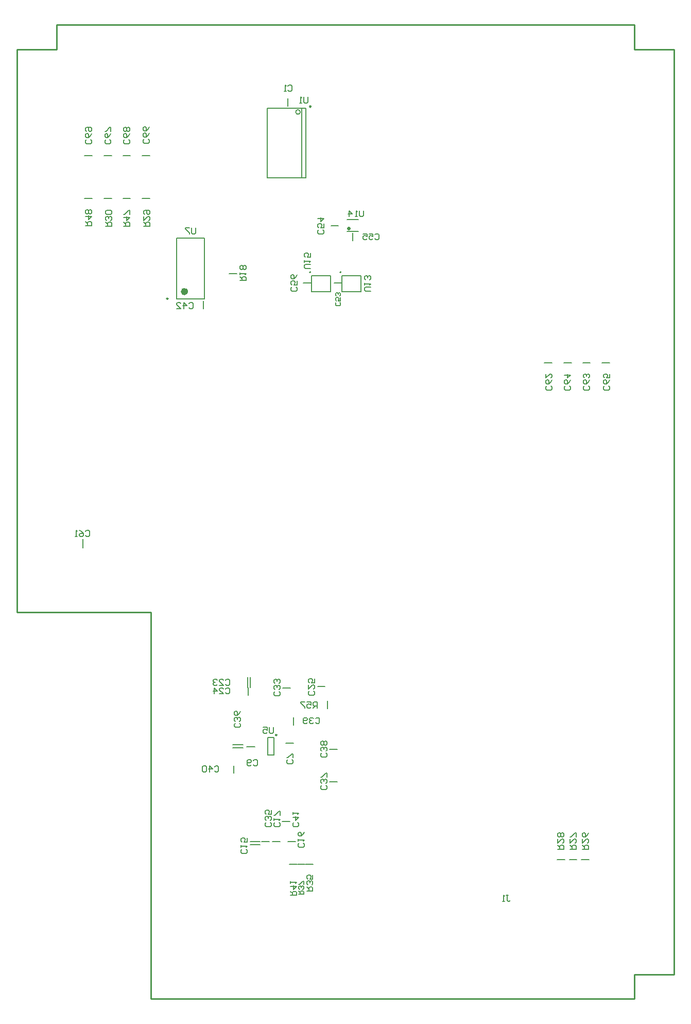
<source format=gbo>
G04 Layer_Color=32896*
%FSLAX25Y25*%
%MOIN*%
G70*
G01*
G75*
%ADD47C,0.00787*%
%ADD52C,0.02362*%
%ADD54C,0.01000*%
%ADD100C,0.00984*%
%ADD106C,0.00709*%
D47*
X190059Y469980D02*
G03*
X190059Y469980I-433J0D01*
G01*
X209744D02*
G03*
X209744Y469980I-433J0D01*
G01*
X183209Y573622D02*
G03*
X183209Y573622I-1476J0D01*
G01*
X190650Y457480D02*
X202854D01*
X190650D02*
Y467717D01*
X202854D01*
Y457480D02*
Y467717D01*
X210335Y457480D02*
X222539D01*
X210335D02*
Y467717D01*
X222539D01*
Y457480D02*
Y467717D01*
X185335Y462992D02*
X190256D01*
X205020Y462992D02*
X209941D01*
X103150Y452756D02*
X121260D01*
Y492126D01*
X103150D02*
X121260D01*
X103150Y452756D02*
Y492126D01*
X184232Y531122D02*
Y576122D01*
X161732Y531122D02*
Y576122D01*
Y531122D02*
X186732D01*
X161732Y576122D02*
X186732D01*
Y531122D02*
Y576122D01*
X200787Y187697D02*
Y192618D01*
X43602Y517717D02*
X48524D01*
X68405D02*
X73327D01*
X56201D02*
X61122D01*
X81004D02*
X85925D01*
X349508Y90158D02*
X354429D01*
X357382D02*
X362303D01*
X365256D02*
X370177D01*
X137303Y468898D02*
X142225D01*
X43602Y545276D02*
X48524D01*
X68405D02*
X73327D01*
X56201D02*
X61122D01*
X81004D02*
X85925D01*
X378642Y411417D02*
X383563D01*
X353839D02*
X358760D01*
X366043D02*
X370965D01*
X341240D02*
X346161D01*
X42520Y291732D02*
Y297244D01*
X217323Y490453D02*
Y495374D01*
X203051Y500000D02*
X207972D01*
X120472Y446358D02*
Y451280D01*
X171555Y114567D02*
X176476D01*
X140157Y145965D02*
Y150886D01*
X178740Y177067D02*
Y181988D01*
X202264Y161417D02*
X207185D01*
X202264Y140551D02*
X207185D01*
X139665Y162402D02*
X146161D01*
X139665Y164370D02*
X146161D01*
X158169Y101575D02*
X163091D01*
X171949Y201181D02*
X176870D01*
X194390Y201968D02*
X199311D01*
X149606Y196358D02*
Y201280D01*
X149016Y201476D02*
Y207972D01*
X150984Y201476D02*
Y207972D01*
X165256Y101575D02*
X170177D01*
X175098D02*
X180020D01*
X150689Y101772D02*
X157185D01*
X150689Y99803D02*
X157185D01*
X186516Y87008D02*
X191437D01*
X181398Y87008D02*
X186319D01*
X176280Y87008D02*
X181201D01*
X173917Y165354D02*
X178839D01*
X162106Y169193D02*
X166240D01*
Y157579D02*
Y169193D01*
X162106Y157579D02*
X166240D01*
X162106D02*
Y169193D01*
X148425Y162992D02*
X153937D01*
X175197Y577461D02*
Y582382D01*
X213386Y504134D02*
X220866D01*
X213386Y496260D02*
X220866D01*
D52*
X109449Y457480D02*
G03*
X109449Y457480I-1181J0D01*
G01*
D54*
X168036Y170693D02*
G03*
X168036Y170693I-418J0D01*
G01*
X215375Y498228D02*
G03*
X215375Y498228I-710J0D01*
G01*
X0Y250000D02*
X17717D01*
X0D02*
Y614173D01*
X25591D01*
Y622047D01*
Y629921D01*
X86614Y0D02*
X399606D01*
X86614D02*
Y250000D01*
X17717D02*
X86614D01*
X25591Y629921D02*
X399606D01*
Y614173D02*
Y629921D01*
X425197Y15748D02*
Y614173D01*
X399606D02*
X425197D01*
X399606Y13780D02*
Y15748D01*
X425197D01*
X399606Y0D02*
Y13780D01*
D100*
X97631Y452913D02*
G03*
X97631Y452913I-492J0D01*
G01*
X190157Y577205D02*
G03*
X190157Y577205I-492J0D01*
G01*
D106*
X189762Y472441D02*
X186483D01*
X185827Y473097D01*
Y474409D01*
X186483Y475065D01*
X189762D01*
X185827Y476377D02*
Y477689D01*
Y477033D01*
X189762D01*
X189107Y476377D01*
X189762Y482280D02*
Y479657D01*
X187795D01*
X188451Y480968D01*
Y481624D01*
X187795Y482280D01*
X186483D01*
X185827Y481624D01*
Y480312D01*
X186483Y479657D01*
X228739Y457874D02*
X225459D01*
X224803Y458530D01*
Y459842D01*
X225459Y460498D01*
X228739D01*
X224803Y461810D02*
Y463122D01*
Y462466D01*
X228739D01*
X228083Y461810D01*
Y465090D02*
X228739Y465745D01*
Y467057D01*
X228083Y467713D01*
X227427D01*
X226771Y467057D01*
Y466401D01*
Y467057D01*
X226115Y467713D01*
X225459D01*
X224803Y467057D01*
Y465745D01*
X225459Y465090D01*
X180445Y460498D02*
X181101Y459842D01*
Y458530D01*
X180445Y457874D01*
X177821D01*
X177165Y458530D01*
Y459842D01*
X177821Y460498D01*
X181101Y464434D02*
Y461810D01*
X179133D01*
X179789Y463122D01*
Y463778D01*
X179133Y464434D01*
X177821D01*
X177165Y463778D01*
Y462466D01*
X177821Y461810D01*
X181101Y468369D02*
X180445Y467057D01*
X179133Y465745D01*
X177821D01*
X177165Y466401D01*
Y467713D01*
X177821Y468369D01*
X178477D01*
X179133Y467713D01*
Y465745D01*
X208726Y450426D02*
X209251Y449901D01*
Y448852D01*
X208726Y448327D01*
X206627D01*
X206102Y448852D01*
Y449901D01*
X206627Y450426D01*
X209251Y453574D02*
Y451475D01*
X207677D01*
X208201Y452525D01*
Y453050D01*
X207677Y453574D01*
X206627D01*
X206102Y453050D01*
Y452000D01*
X206627Y451475D01*
X208726Y454624D02*
X209251Y455149D01*
Y456198D01*
X208726Y456723D01*
X208201D01*
X207677Y456198D01*
Y455674D01*
Y456198D01*
X207152Y456723D01*
X206627D01*
X206102Y456198D01*
Y455149D01*
X206627Y454624D01*
X224016Y509841D02*
Y506562D01*
X223360Y505905D01*
X222048D01*
X221392Y506562D01*
Y509841D01*
X220080Y505905D02*
X218768D01*
X219424D01*
Y509841D01*
X220080Y509185D01*
X214832Y505905D02*
Y509841D01*
X216800Y507873D01*
X214176D01*
X115354Y498818D02*
Y495538D01*
X114698Y494882D01*
X113386D01*
X112731Y495538D01*
Y498818D01*
X111419D02*
X108795D01*
Y498162D01*
X111419Y495538D01*
Y494882D01*
X165748Y175589D02*
Y172310D01*
X165092Y171653D01*
X163780D01*
X163124Y172310D01*
Y175589D01*
X159188D02*
X161812D01*
Y173621D01*
X160500Y174277D01*
X159844D01*
X159188Y173621D01*
Y172310D01*
X159844Y171653D01*
X161156D01*
X161812Y172310D01*
X188189Y583463D02*
Y580184D01*
X187533Y579528D01*
X186221D01*
X185565Y580184D01*
Y583463D01*
X184253Y579528D02*
X182941D01*
X183597D01*
Y583463D01*
X184253Y582807D01*
X194095Y188189D02*
Y192125D01*
X192127D01*
X191471Y191469D01*
Y190157D01*
X192127Y189501D01*
X194095D01*
X192783D02*
X191471Y188189D01*
X187535Y192125D02*
X190159D01*
Y190157D01*
X188847Y190813D01*
X188191D01*
X187535Y190157D01*
Y188845D01*
X188191Y188189D01*
X189503D01*
X190159Y188845D01*
X186223Y192125D02*
X183599D01*
Y191469D01*
X186223Y188845D01*
Y188189D01*
X44094Y500000D02*
X48030D01*
Y501968D01*
X47374Y502624D01*
X46062D01*
X45406Y501968D01*
Y500000D01*
Y501312D02*
X44094Y502624D01*
Y505904D02*
X48030D01*
X46062Y503936D01*
Y506560D01*
X47374Y507871D02*
X48030Y508527D01*
Y509839D01*
X47374Y510495D01*
X46718D01*
X46062Y509839D01*
X45406Y510495D01*
X44750D01*
X44094Y509839D01*
Y508527D01*
X44750Y507871D01*
X45406D01*
X46062Y508527D01*
X46718Y507871D01*
X47374D01*
X46062Y508527D02*
Y509839D01*
X68898Y499606D02*
X72833D01*
Y501574D01*
X72177Y502230D01*
X70865D01*
X70210Y501574D01*
Y499606D01*
Y500918D02*
X68898Y502230D01*
Y505510D02*
X72833D01*
X70865Y503542D01*
Y506166D01*
X72833Y507478D02*
Y510102D01*
X72177D01*
X69554Y507478D01*
X68898D01*
X57087Y499606D02*
X61022D01*
Y501574D01*
X60366Y502230D01*
X59054D01*
X58398Y501574D01*
Y499606D01*
Y500918D02*
X57087Y502230D01*
X60366Y503542D02*
X61022Y504198D01*
Y505510D01*
X60366Y506166D01*
X59710D01*
X59054Y505510D01*
Y504854D01*
Y505510D01*
X58398Y506166D01*
X57743D01*
X57087Y505510D01*
Y504198D01*
X57743Y503542D01*
X60366Y507478D02*
X61022Y508134D01*
Y509446D01*
X60366Y510102D01*
X57743D01*
X57087Y509446D01*
Y508134D01*
X57743Y507478D01*
X60366D01*
X81890Y499606D02*
X85826D01*
Y501574D01*
X85170Y502230D01*
X83858D01*
X83202Y501574D01*
Y499606D01*
Y500918D02*
X81890Y502230D01*
Y506166D02*
Y503542D01*
X84514Y506166D01*
X85170D01*
X85826Y505510D01*
Y504198D01*
X85170Y503542D01*
X82546Y507478D02*
X81890Y508134D01*
Y509446D01*
X82546Y510102D01*
X85170D01*
X85826Y509446D01*
Y508134D01*
X85170Y507478D01*
X84514D01*
X83858Y508134D01*
Y510102D01*
X350000Y96850D02*
X353936D01*
Y98818D01*
X353280Y99474D01*
X351968D01*
X351312Y98818D01*
Y96850D01*
Y98162D02*
X350000Y99474D01*
Y103410D02*
Y100786D01*
X352624Y103410D01*
X353280D01*
X353936Y102754D01*
Y101442D01*
X353280Y100786D01*
Y104722D02*
X353936Y105378D01*
Y106690D01*
X353280Y107346D01*
X352624D01*
X351968Y106690D01*
X351312Y107346D01*
X350656D01*
X350000Y106690D01*
Y105378D01*
X350656Y104722D01*
X351312D01*
X351968Y105378D01*
X352624Y104722D01*
X353280D01*
X351968Y105378D02*
Y106690D01*
X357874Y96850D02*
X361810D01*
Y98818D01*
X361154Y99474D01*
X359842D01*
X359186Y98818D01*
Y96850D01*
Y98162D02*
X357874Y99474D01*
Y103410D02*
Y100786D01*
X360498Y103410D01*
X361154D01*
X361810Y102754D01*
Y101442D01*
X361154Y100786D01*
X361810Y104722D02*
Y107346D01*
X361154D01*
X358530Y104722D01*
X357874D01*
X365748Y96850D02*
X369684D01*
Y98818D01*
X369028Y99474D01*
X367716D01*
X367060Y98818D01*
Y96850D01*
Y98162D02*
X365748Y99474D01*
Y103410D02*
Y100786D01*
X368372Y103410D01*
X369028D01*
X369684Y102754D01*
Y101442D01*
X369028Y100786D01*
X369684Y107346D02*
X369028Y106034D01*
X367716Y104722D01*
X366404D01*
X365748Y105378D01*
Y106690D01*
X366404Y107346D01*
X367060D01*
X367716Y106690D01*
Y104722D01*
X144095Y464567D02*
X148030D01*
Y466535D01*
X147374Y467191D01*
X146062D01*
X145406Y466535D01*
Y464567D01*
Y465879D02*
X144095Y467191D01*
Y468503D02*
Y469815D01*
Y469159D01*
X148030D01*
X147374Y468503D01*
Y471782D02*
X148030Y472438D01*
Y473750D01*
X147374Y474406D01*
X146718D01*
X146062Y473750D01*
X145406Y474406D01*
X144750D01*
X144095Y473750D01*
Y472438D01*
X144750Y471782D01*
X145406D01*
X146062Y472438D01*
X146718Y471782D01*
X147374D01*
X146062Y472438D02*
Y473750D01*
X47374Y555773D02*
X48030Y555118D01*
Y553806D01*
X47374Y553150D01*
X44750D01*
X44094Y553806D01*
Y555118D01*
X44750Y555773D01*
X48030Y559709D02*
X47374Y558397D01*
X46062Y557085D01*
X44750D01*
X44094Y557741D01*
Y559053D01*
X44750Y559709D01*
X45406D01*
X46062Y559053D01*
Y557085D01*
X44750Y561021D02*
X44094Y561677D01*
Y562989D01*
X44750Y563645D01*
X47374D01*
X48030Y562989D01*
Y561677D01*
X47374Y561021D01*
X46718D01*
X46062Y561677D01*
Y563645D01*
X72177Y555773D02*
X72833Y555118D01*
Y553806D01*
X72177Y553150D01*
X69554D01*
X68898Y553806D01*
Y555118D01*
X69554Y555773D01*
X72833Y559709D02*
X72177Y558397D01*
X70865Y557085D01*
X69554D01*
X68898Y557741D01*
Y559053D01*
X69554Y559709D01*
X70210D01*
X70865Y559053D01*
Y557085D01*
X72177Y561021D02*
X72833Y561677D01*
Y562989D01*
X72177Y563645D01*
X71522D01*
X70865Y562989D01*
X70210Y563645D01*
X69554D01*
X68898Y562989D01*
Y561677D01*
X69554Y561021D01*
X70210D01*
X70865Y561677D01*
X71522Y561021D01*
X72177D01*
X70865Y561677D02*
Y562989D01*
X59973Y555773D02*
X60629Y555118D01*
Y553806D01*
X59973Y553150D01*
X57349D01*
X56693Y553806D01*
Y555118D01*
X57349Y555773D01*
X60629Y559709D02*
X59973Y558397D01*
X58661Y557085D01*
X57349D01*
X56693Y557741D01*
Y559053D01*
X57349Y559709D01*
X58005D01*
X58661Y559053D01*
Y557085D01*
X60629Y561021D02*
Y563645D01*
X59973D01*
X57349Y561021D01*
X56693D01*
X84776Y556167D02*
X85432Y555511D01*
Y554199D01*
X84776Y553543D01*
X82152D01*
X81496Y554199D01*
Y555511D01*
X82152Y556167D01*
X85432Y560103D02*
X84776Y558791D01*
X83464Y557479D01*
X82152D01*
X81496Y558135D01*
Y559447D01*
X82152Y560103D01*
X82808D01*
X83464Y559447D01*
Y557479D01*
X85432Y564039D02*
X84776Y562727D01*
X83464Y561415D01*
X82152D01*
X81496Y562071D01*
Y563383D01*
X82152Y564039D01*
X82808D01*
X83464Y563383D01*
Y561415D01*
X382807Y396325D02*
X383463Y395669D01*
Y394357D01*
X382807Y393701D01*
X380184D01*
X379528Y394357D01*
Y395669D01*
X380184Y396325D01*
X383463Y400260D02*
X382807Y398948D01*
X381495Y397637D01*
X380184D01*
X379528Y398292D01*
Y399604D01*
X380184Y400260D01*
X380839D01*
X381495Y399604D01*
Y397637D01*
X383463Y404196D02*
Y401572D01*
X381495D01*
X382151Y402884D01*
Y403540D01*
X381495Y404196D01*
X380184D01*
X379528Y403540D01*
Y402228D01*
X380184Y401572D01*
X357611Y396325D02*
X358266Y395669D01*
Y394357D01*
X357611Y393701D01*
X354987D01*
X354331Y394357D01*
Y395669D01*
X354987Y396325D01*
X358266Y400260D02*
X357611Y398948D01*
X356299Y397637D01*
X354987D01*
X354331Y398292D01*
Y399604D01*
X354987Y400260D01*
X355643D01*
X356299Y399604D01*
Y397637D01*
X354331Y403540D02*
X358266D01*
X356299Y401572D01*
Y404196D01*
X369815Y396325D02*
X370471Y395669D01*
Y394357D01*
X369815Y393701D01*
X367191D01*
X366535Y394357D01*
Y395669D01*
X367191Y396325D01*
X370471Y400260D02*
X369815Y398948D01*
X368503Y397637D01*
X367191D01*
X366535Y398292D01*
Y399604D01*
X367191Y400260D01*
X367847D01*
X368503Y399604D01*
Y397637D01*
X369815Y401572D02*
X370471Y402228D01*
Y403540D01*
X369815Y404196D01*
X369159D01*
X368503Y403540D01*
Y402884D01*
Y403540D01*
X367847Y404196D01*
X367191D01*
X366535Y403540D01*
Y402228D01*
X367191Y401572D01*
X345406Y396325D02*
X346062Y395669D01*
Y394357D01*
X345406Y393701D01*
X342782D01*
X342126Y394357D01*
Y395669D01*
X342782Y396325D01*
X346062Y400260D02*
X345406Y398948D01*
X344094Y397637D01*
X342782D01*
X342126Y398292D01*
Y399604D01*
X342782Y400260D01*
X343438D01*
X344094Y399604D01*
Y397637D01*
X342126Y404196D02*
Y401572D01*
X344750Y404196D01*
X345406D01*
X346062Y403540D01*
Y402228D01*
X345406Y401572D01*
X44227Y302492D02*
X44883Y303148D01*
X46194D01*
X46850Y302492D01*
Y299869D01*
X46194Y299213D01*
X44883D01*
X44227Y299869D01*
X40291Y303148D02*
X41603Y302492D01*
X42915Y301181D01*
Y299869D01*
X42259Y299213D01*
X40947D01*
X40291Y299869D01*
Y300524D01*
X40947Y301181D01*
X42915D01*
X38979Y299213D02*
X37667D01*
X38323D01*
Y303148D01*
X38979Y302492D01*
X231628Y494225D02*
X232284Y494881D01*
X233596D01*
X234252Y494225D01*
Y491601D01*
X233596Y490945D01*
X232284D01*
X231628Y491601D01*
X227692Y494881D02*
X230316D01*
Y492913D01*
X229004Y493569D01*
X228348D01*
X227692Y492913D01*
Y491601D01*
X228348Y490945D01*
X229660D01*
X230316Y491601D01*
X223757Y494881D02*
X226380D01*
Y492913D01*
X225069Y493569D01*
X224413D01*
X223757Y492913D01*
Y491601D01*
X224413Y490945D01*
X225725D01*
X226380Y491601D01*
X197768Y497506D02*
X198424Y496850D01*
Y495538D01*
X197768Y494882D01*
X195144D01*
X194488Y495538D01*
Y496850D01*
X195144Y497506D01*
X198424Y501441D02*
Y498818D01*
X196456D01*
X197112Y500130D01*
Y500785D01*
X196456Y501441D01*
X195144D01*
X194488Y500785D01*
Y499474D01*
X195144Y498818D01*
X194488Y504721D02*
X198424D01*
X196456Y502753D01*
Y505377D01*
X111156Y449736D02*
X111812Y450392D01*
X113124D01*
X113779Y449736D01*
Y447113D01*
X113124Y446457D01*
X111812D01*
X111156Y447113D01*
X107876Y446457D02*
Y450392D01*
X109844Y448425D01*
X107220D01*
X103284Y446457D02*
X105908D01*
X103284Y449081D01*
Y449736D01*
X103940Y450392D01*
X105252D01*
X105908Y449736D01*
X181626Y114041D02*
X182282Y113385D01*
Y112073D01*
X181626Y111417D01*
X179002D01*
X178347Y112073D01*
Y113385D01*
X179002Y114041D01*
X178347Y117321D02*
X182282D01*
X180314Y115353D01*
Y117977D01*
X178347Y119289D02*
Y120601D01*
Y119945D01*
X182282D01*
X181626Y119289D01*
X127691Y150130D02*
X128347Y150786D01*
X129659D01*
X130315Y150130D01*
Y147506D01*
X129659Y146850D01*
X128347D01*
X127691Y147506D01*
X124411Y146850D02*
Y150786D01*
X126379Y148818D01*
X123755D01*
X122443Y150130D02*
X121788Y150786D01*
X120476D01*
X119820Y150130D01*
Y147506D01*
X120476Y146850D01*
X121788D01*
X122443Y147506D01*
Y150130D01*
X193045Y181233D02*
X193701Y181888D01*
X195013D01*
X195669Y181233D01*
Y178609D01*
X195013Y177953D01*
X193701D01*
X193045Y178609D01*
X191734Y181233D02*
X191078Y181888D01*
X189766D01*
X189110Y181233D01*
Y180577D01*
X189766Y179921D01*
X190422D01*
X189766D01*
X189110Y179265D01*
Y178609D01*
X189766Y177953D01*
X191078D01*
X191734Y178609D01*
X187798D02*
X187142Y177953D01*
X185830D01*
X185174Y178609D01*
Y181233D01*
X185830Y181888D01*
X187142D01*
X187798Y181233D01*
Y180577D01*
X187142Y179921D01*
X185174D01*
X199736Y158923D02*
X200392Y158267D01*
Y156955D01*
X199736Y156299D01*
X197113D01*
X196457Y156955D01*
Y158267D01*
X197113Y158923D01*
X199736Y160235D02*
X200392Y160891D01*
Y162203D01*
X199736Y162859D01*
X199081D01*
X198425Y162203D01*
Y161547D01*
Y162203D01*
X197769Y162859D01*
X197113D01*
X196457Y162203D01*
Y160891D01*
X197113Y160235D01*
X199736Y164171D02*
X200392Y164827D01*
Y166139D01*
X199736Y166795D01*
X199081D01*
X198425Y166139D01*
X197769Y166795D01*
X197113D01*
X196457Y166139D01*
Y164827D01*
X197113Y164171D01*
X197769D01*
X198425Y164827D01*
X199081Y164171D01*
X199736D01*
X198425Y164827D02*
Y166139D01*
X199736Y138057D02*
X200392Y137401D01*
Y136089D01*
X199736Y135433D01*
X197113D01*
X196457Y136089D01*
Y137401D01*
X197113Y138057D01*
X199736Y139369D02*
X200392Y140025D01*
Y141337D01*
X199736Y141993D01*
X199081D01*
X198425Y141337D01*
Y140681D01*
Y141337D01*
X197769Y141993D01*
X197113D01*
X196457Y141337D01*
Y140025D01*
X197113Y139369D01*
X200392Y143305D02*
Y145928D01*
X199736D01*
X197113Y143305D01*
X196457D01*
X143831Y178214D02*
X144487Y177558D01*
Y176247D01*
X143831Y175591D01*
X141207D01*
X140551Y176247D01*
Y177558D01*
X141207Y178214D01*
X143831Y179526D02*
X144487Y180182D01*
Y181494D01*
X143831Y182150D01*
X143175D01*
X142519Y181494D01*
Y180838D01*
Y181494D01*
X141863Y182150D01*
X141207D01*
X140551Y181494D01*
Y180182D01*
X141207Y179526D01*
X144487Y186086D02*
X143831Y184774D01*
X142519Y183462D01*
X141207D01*
X140551Y184118D01*
Y185430D01*
X141207Y186086D01*
X141863D01*
X142519Y185430D01*
Y183462D01*
X163910Y114041D02*
X164566Y113385D01*
Y112073D01*
X163910Y111417D01*
X161286D01*
X160630Y112073D01*
Y113385D01*
X161286Y114041D01*
X163910Y115353D02*
X164566Y116009D01*
Y117321D01*
X163910Y117977D01*
X163254D01*
X162598Y117321D01*
Y116665D01*
Y117321D01*
X161942Y117977D01*
X161286D01*
X160630Y117321D01*
Y116009D01*
X161286Y115353D01*
X164566Y121913D02*
Y119289D01*
X162598D01*
X163254Y120601D01*
Y121257D01*
X162598Y121913D01*
X161286D01*
X160630Y121257D01*
Y119945D01*
X161286Y119289D01*
X169422Y198687D02*
X170078Y198031D01*
Y196719D01*
X169422Y196063D01*
X166798D01*
X166142Y196719D01*
Y198031D01*
X166798Y198687D01*
X169422Y199999D02*
X170078Y200655D01*
Y201967D01*
X169422Y202623D01*
X168766D01*
X168110Y201967D01*
Y201311D01*
Y201967D01*
X167454Y202623D01*
X166798D01*
X166142Y201967D01*
Y200655D01*
X166798Y199999D01*
X169422Y203935D02*
X170078Y204590D01*
Y205902D01*
X169422Y206558D01*
X168766D01*
X168110Y205902D01*
Y205246D01*
Y205902D01*
X167454Y206558D01*
X166798D01*
X166142Y205902D01*
Y204590D01*
X166798Y203935D01*
X191862Y199081D02*
X192518Y198425D01*
Y197113D01*
X191862Y196457D01*
X189239D01*
X188583Y197113D01*
Y198425D01*
X189239Y199081D01*
X188583Y203016D02*
Y200392D01*
X191207Y203016D01*
X191862D01*
X192518Y202360D01*
Y201048D01*
X191862Y200392D01*
X192518Y206952D02*
Y204328D01*
X190550D01*
X191207Y205640D01*
Y206296D01*
X190550Y206952D01*
X189239D01*
X188583Y206296D01*
Y204984D01*
X189239Y204328D01*
X134778Y200524D02*
X135434Y201180D01*
X136746D01*
X137402Y200524D01*
Y197900D01*
X136746Y197244D01*
X135434D01*
X134778Y197900D01*
X130842Y197244D02*
X133466D01*
X130842Y199868D01*
Y200524D01*
X131498Y201180D01*
X132810D01*
X133466Y200524D01*
X127562Y197244D02*
Y201180D01*
X129530Y199212D01*
X126906D01*
X134777Y206033D02*
X135433Y206689D01*
X136745D01*
X137401Y206033D01*
Y203410D01*
X136745Y202754D01*
X135433D01*
X134777Y203410D01*
X130841Y202754D02*
X133465D01*
X130841Y205377D01*
Y206033D01*
X131497Y206689D01*
X132809D01*
X133465Y206033D01*
X129529D02*
X128873Y206689D01*
X127561D01*
X126905Y206033D01*
Y205377D01*
X127561Y204721D01*
X128217D01*
X127561D01*
X126905Y204065D01*
Y203410D01*
X127561Y202754D01*
X128873D01*
X129529Y203410D01*
X169422Y114140D02*
X170078Y113484D01*
Y112172D01*
X169422Y111516D01*
X166798D01*
X166142Y112172D01*
Y113484D01*
X166798Y114140D01*
X166142Y115452D02*
Y116763D01*
Y116107D01*
X170078D01*
X169422Y115452D01*
X170078Y118731D02*
Y121355D01*
X169422D01*
X166798Y118731D01*
X166142D01*
X185170Y100655D02*
X185826Y99999D01*
Y98687D01*
X185170Y98032D01*
X182546D01*
X181890Y98687D01*
Y99999D01*
X182546Y100655D01*
X181890Y101967D02*
Y103279D01*
Y102623D01*
X185826D01*
X185170Y101967D01*
X185826Y107871D02*
X185170Y106559D01*
X183858Y105247D01*
X182546D01*
X181890Y105903D01*
Y107215D01*
X182546Y107871D01*
X183202D01*
X183858Y107215D01*
Y105247D01*
X148162Y96718D02*
X148818Y96062D01*
Y94750D01*
X148162Y94095D01*
X145538D01*
X144882Y94750D01*
Y96062D01*
X145538Y96718D01*
X144882Y98030D02*
Y99342D01*
Y98686D01*
X148818D01*
X148162Y98030D01*
X148818Y103934D02*
Y101310D01*
X146850D01*
X147506Y102622D01*
Y103278D01*
X146850Y103934D01*
X145538D01*
X144882Y103278D01*
Y101966D01*
X145538Y101310D01*
X152888Y154067D02*
X153544Y154723D01*
X154856D01*
X155512Y154067D01*
Y151443D01*
X154856Y150787D01*
X153544D01*
X152888Y151443D01*
X151576D02*
X150920Y150787D01*
X149608D01*
X148952Y151443D01*
Y154067D01*
X149608Y154723D01*
X150920D01*
X151576Y154067D01*
Y153411D01*
X150920Y152755D01*
X148952D01*
X177689Y154592D02*
X178345Y153936D01*
Y152624D01*
X177689Y151969D01*
X175065D01*
X174409Y152624D01*
Y153936D01*
X175065Y154592D01*
X178345Y155904D02*
Y158528D01*
X177689D01*
X175065Y155904D01*
X174409D01*
X175329Y590288D02*
X175985Y590944D01*
X177297D01*
X177953Y590288D01*
Y587664D01*
X177297Y587008D01*
X175985D01*
X175329Y587664D01*
X174017Y587008D02*
X172705D01*
X173361D01*
Y590944D01*
X174017Y590288D01*
X316668Y66928D02*
X317979D01*
X317323D01*
Y63648D01*
X317979Y62992D01*
X318635D01*
X319291Y63648D01*
X315356Y62992D02*
X314044D01*
X314700D01*
Y66928D01*
X315356Y66272D01*
X187402Y69685D02*
X191337D01*
Y71653D01*
X190681Y72309D01*
X189369D01*
X188714Y71653D01*
Y69685D01*
Y70997D02*
X187402Y72309D01*
X190681Y73621D02*
X191337Y74277D01*
Y75589D01*
X190681Y76245D01*
X190025D01*
X189369Y75589D01*
Y74933D01*
Y75589D01*
X188714Y76245D01*
X188057D01*
X187402Y75589D01*
Y74277D01*
X188057Y73621D01*
X191337Y80180D02*
Y77557D01*
X189369D01*
X190025Y78868D01*
Y79524D01*
X189369Y80180D01*
X188057D01*
X187402Y79524D01*
Y78212D01*
X188057Y77557D01*
X182283Y67716D02*
X185432D01*
Y69291D01*
X184907Y69816D01*
X183858D01*
X183333Y69291D01*
Y67716D01*
Y68766D02*
X182283Y69816D01*
X184907Y70865D02*
X185432Y71390D01*
Y72439D01*
X184907Y72964D01*
X184382D01*
X183858Y72439D01*
Y71915D01*
Y72439D01*
X183333Y72964D01*
X182808D01*
X182283Y72439D01*
Y71390D01*
X182808Y70865D01*
X185432Y74014D02*
Y76113D01*
X184907D01*
X182808Y74014D01*
X182283D01*
X176772Y66929D02*
X180707D01*
Y68897D01*
X180051Y69553D01*
X178740D01*
X178084Y68897D01*
Y66929D01*
Y68241D02*
X176772Y69553D01*
Y72833D02*
X180707D01*
X178740Y70865D01*
Y73489D01*
X176772Y74801D02*
Y76113D01*
Y75457D01*
X180707D01*
X180051Y74801D01*
M02*

</source>
